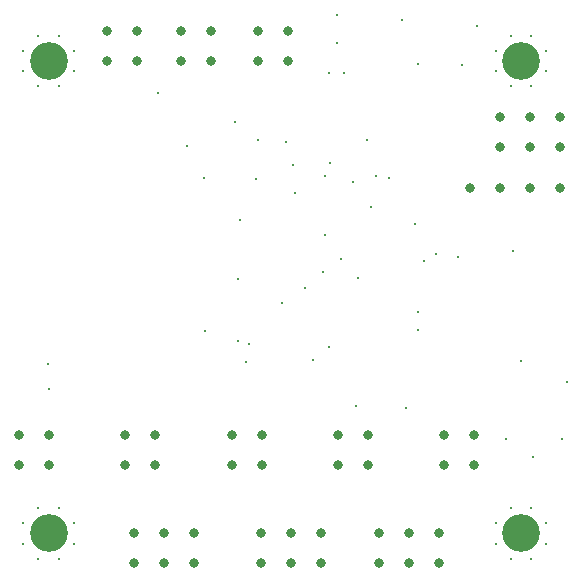
<source format=gbr>
%TF.GenerationSoftware,Altium Limited,Altium Designer,21.5.1 (32)*%
G04 Layer_Color=0*
%FSLAX45Y45*%
%MOMM*%
%TF.SameCoordinates,06A15EC1-A366-40CD-93CB-9F33A424241D*%
%TF.FilePolarity,Positive*%
%TF.FileFunction,Plated,1,4,PTH,Drill*%
%TF.Part,Single*%
G01*
G75*
%TA.AperFunction,ComponentDrill*%
%ADD72C,0.80000*%
%ADD73C,0.80000*%
%TA.AperFunction,OtherDrill,Pad Free-0 (26mm,15.5mm)*%
%ADD74C,3.20000*%
%TA.AperFunction,OtherDrill,Pad Free-0 (66mm,15.5mm)*%
%ADD75C,3.20000*%
%TA.AperFunction,OtherDrill,Pad Free-0 (26mm,55.5mm)*%
%ADD76C,3.20000*%
%TA.AperFunction,OtherDrill,Pad Free-0 (66mm,55.5mm)*%
%ADD77C,3.20000*%
%TA.AperFunction,ViaDrill,NotFilled*%
%ADD78C,0.20000*%
%ADD79C,0.25000*%
%ADD80C,0.30000*%
D72*
X3096000Y5804000D02*
D03*
X3350000D02*
D03*
Y5550000D02*
D03*
X3096000D02*
D03*
X3721000Y5804000D02*
D03*
X3975000D02*
D03*
Y5550000D02*
D03*
X3721000D02*
D03*
X4371000Y5804000D02*
D03*
X4625000D02*
D03*
Y5550000D02*
D03*
X4371000D02*
D03*
X6675000Y5078999D02*
D03*
X6929000D02*
D03*
Y4824999D02*
D03*
X6675000D02*
D03*
X6421000Y5078999D02*
D03*
Y4824999D02*
D03*
X5654000Y1554000D02*
D03*
X5908000D02*
D03*
Y1300000D02*
D03*
X5654000D02*
D03*
X5400000Y1554000D02*
D03*
Y1300000D02*
D03*
X4650000Y1550000D02*
D03*
X4904000D02*
D03*
Y1296000D02*
D03*
X4650000D02*
D03*
X4396000Y1550000D02*
D03*
Y1296000D02*
D03*
X3575000Y1554000D02*
D03*
X3829000D02*
D03*
Y1300000D02*
D03*
X3575000D02*
D03*
X3321000Y1554000D02*
D03*
Y1300000D02*
D03*
D73*
X5949999Y2125000D02*
D03*
Y2379000D02*
D03*
X6203999D02*
D03*
Y2125000D02*
D03*
X3249999D02*
D03*
Y2379000D02*
D03*
X3503999D02*
D03*
Y2125000D02*
D03*
X2346000D02*
D03*
Y2379000D02*
D03*
X2600000D02*
D03*
Y2125000D02*
D03*
X5049999D02*
D03*
Y2379000D02*
D03*
X5303999D02*
D03*
Y2125000D02*
D03*
X4149999D02*
D03*
Y2379000D02*
D03*
X4403999D02*
D03*
Y2125000D02*
D03*
X6929000Y4475000D02*
D03*
X6675000D02*
D03*
X6421000D02*
D03*
X6167000D02*
D03*
D74*
X2600000Y1550000D02*
D03*
D75*
X6600000D02*
D03*
D76*
X2600000Y5550000D02*
D03*
D77*
X6600000D02*
D03*
D78*
X2603500Y2768600D02*
D03*
X2590800Y2984500D02*
D03*
X5588000Y5892800D02*
D03*
X5041900Y5702300D02*
D03*
X4610100Y4864100D02*
D03*
X4978400Y4686300D02*
D03*
X4178300Y5029200D02*
D03*
X5877560Y3919220D02*
D03*
X5040000Y5940000D02*
D03*
X4220000Y4200000D02*
D03*
X3920000Y4560000D02*
D03*
X4360000Y4550000D02*
D03*
X4200000Y3180000D02*
D03*
Y3700000D02*
D03*
X5700000Y4170000D02*
D03*
X5375000Y4575000D02*
D03*
X5480000Y4560000D02*
D03*
X5332501Y4310000D02*
D03*
X4690000Y4430000D02*
D03*
X6600000Y3010000D02*
D03*
X4300000Y3150000D02*
D03*
X6990000Y2830000D02*
D03*
X6100000Y5520000D02*
D03*
X5300000Y4880000D02*
D03*
X4940000Y4080000D02*
D03*
X4920000Y3760000D02*
D03*
X6230000Y5850000D02*
D03*
X6070000Y3890000D02*
D03*
X5727100Y3272900D02*
D03*
Y3422900D02*
D03*
X6945500Y2345500D02*
D03*
X6475500D02*
D03*
X6700000Y2200000D02*
D03*
X6535000Y3945000D02*
D03*
X5630000Y2610000D02*
D03*
X3925002Y3265002D02*
D03*
X4670000Y4664998D02*
D03*
X5200000Y2630000D02*
D03*
X4975000Y5450000D02*
D03*
Y3125000D02*
D03*
X4275000Y3000000D02*
D03*
X4842285Y3014414D02*
D03*
X5215868Y3715868D02*
D03*
X5775000Y3852900D02*
D03*
X5175001Y4524999D02*
D03*
X4937901Y4575000D02*
D03*
X4775000Y3625000D02*
D03*
X5075000Y3875000D02*
D03*
X5725000Y5525000D02*
D03*
X5100000Y5450000D02*
D03*
X4575000Y3500000D02*
D03*
D79*
X4368800Y4876800D02*
D03*
X3771900Y4826000D02*
D03*
X3530000Y5280000D02*
D03*
D80*
X2387508Y1461983D02*
D03*
X2688017Y1337508D02*
D03*
X2387508Y1638017D02*
D03*
X2511983Y1337508D02*
D03*
Y1762492D02*
D03*
X2812492Y1638017D02*
D03*
Y1461983D02*
D03*
X2688017Y1762492D02*
D03*
X6387508Y1461983D02*
D03*
X6688017Y1337508D02*
D03*
X6511983D02*
D03*
X6812492Y1638017D02*
D03*
X6511983Y1762492D02*
D03*
X6812492Y1461983D02*
D03*
X6688017Y1762492D02*
D03*
X6387508Y1638017D02*
D03*
X2812492Y5638017D02*
D03*
X2387508Y5461983D02*
D03*
Y5638017D02*
D03*
X2511983Y5337507D02*
D03*
Y5762492D02*
D03*
X2688017D02*
D03*
Y5337507D02*
D03*
X2812492Y5461983D02*
D03*
X6511983Y5337507D02*
D03*
X6387508Y5461983D02*
D03*
Y5638017D02*
D03*
X6511983Y5762492D02*
D03*
X6688017D02*
D03*
X6812492Y5638017D02*
D03*
Y5461983D02*
D03*
X6688017Y5337507D02*
D03*
%TF.MD5,1c08f3d3ab697d778a06bcf5ca4a6cce*%
M02*

</source>
